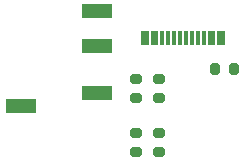
<source format=gtp>
G04 #@! TF.GenerationSoftware,KiCad,Pcbnew,(6.0.5)*
G04 #@! TF.CreationDate,2022-07-09T20:46:05-07:00*
G04 #@! TF.ProjectId,interface,696e7465-7266-4616-9365-2e6b69636164,1*
G04 #@! TF.SameCoordinates,Original*
G04 #@! TF.FileFunction,Paste,Top*
G04 #@! TF.FilePolarity,Positive*
%FSLAX46Y46*%
G04 Gerber Fmt 4.6, Leading zero omitted, Abs format (unit mm)*
G04 Created by KiCad (PCBNEW (6.0.5)) date 2022-07-09 20:46:05*
%MOMM*%
%LPD*%
G01*
G04 APERTURE LIST*
G04 Aperture macros list*
%AMRoundRect*
0 Rectangle with rounded corners*
0 $1 Rounding radius*
0 $2 $3 $4 $5 $6 $7 $8 $9 X,Y pos of 4 corners*
0 Add a 4 corners polygon primitive as box body*
4,1,4,$2,$3,$4,$5,$6,$7,$8,$9,$2,$3,0*
0 Add four circle primitives for the rounded corners*
1,1,$1+$1,$2,$3*
1,1,$1+$1,$4,$5*
1,1,$1+$1,$6,$7*
1,1,$1+$1,$8,$9*
0 Add four rect primitives between the rounded corners*
20,1,$1+$1,$2,$3,$4,$5,0*
20,1,$1+$1,$4,$5,$6,$7,0*
20,1,$1+$1,$6,$7,$8,$9,0*
20,1,$1+$1,$8,$9,$2,$3,0*%
G04 Aperture macros list end*
%ADD10R,0.300000X1.150000*%
%ADD11RoundRect,0.200000X-0.275000X0.200000X-0.275000X-0.200000X0.275000X-0.200000X0.275000X0.200000X0*%
%ADD12R,2.500000X1.200000*%
%ADD13RoundRect,0.200000X0.275000X-0.200000X0.275000X0.200000X-0.275000X0.200000X-0.275000X-0.200000X0*%
%ADD14RoundRect,0.200000X0.200000X0.275000X-0.200000X0.275000X-0.200000X-0.275000X0.200000X-0.275000X0*%
G04 APERTURE END LIST*
D10*
X69850000Y-56170000D03*
X69050000Y-56170000D03*
X67750000Y-56170000D03*
X66750000Y-56170000D03*
X66250000Y-56170000D03*
X65250000Y-56170000D03*
X63950000Y-56170000D03*
X63150000Y-56170000D03*
X63450000Y-56170000D03*
X64250000Y-56170000D03*
X64750000Y-56170000D03*
X65750000Y-56170000D03*
X67250000Y-56170000D03*
X68250000Y-56170000D03*
X68750000Y-56170000D03*
X69550000Y-56170000D03*
D11*
X64500000Y-64175000D03*
X64500000Y-65825000D03*
D12*
X59250000Y-56825000D03*
X59250000Y-53825000D03*
X52750000Y-61925000D03*
X59250000Y-60825000D03*
D13*
X64500000Y-61225000D03*
X64500000Y-59575000D03*
X62500000Y-61225000D03*
X62500000Y-59575000D03*
D11*
X62500000Y-64175000D03*
X62500000Y-65825000D03*
D14*
X70825000Y-58800000D03*
X69175000Y-58800000D03*
M02*

</source>
